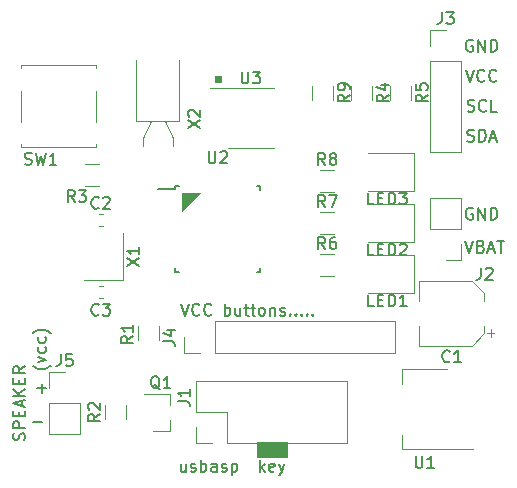
<source format=gbr>
G04 #@! TF.GenerationSoftware,KiCad,Pcbnew,5.1.5-1.fc30*
G04 #@! TF.CreationDate,2020-01-16T12:22:22+03:00*
G04 #@! TF.ProjectId,Tamagotchi-Atmega8,54616d61-676f-4746-9368-692d41746d65,rev?*
G04 #@! TF.SameCoordinates,Original*
G04 #@! TF.FileFunction,Legend,Top*
G04 #@! TF.FilePolarity,Positive*
%FSLAX46Y46*%
G04 Gerber Fmt 4.6, Leading zero omitted, Abs format (unit mm)*
G04 Created by KiCad (PCBNEW 5.1.5-1.fc30) date 2020-01-16 12:22:22*
%MOMM*%
%LPD*%
G04 APERTURE LIST*
%ADD10C,0.150000*%
%ADD11C,0.100000*%
%ADD12C,0.120000*%
G04 APERTURE END LIST*
D10*
X111633047Y-102179428D02*
X112394952Y-102179428D01*
X112339428Y-99694666D02*
X112339428Y-98932761D01*
X112720380Y-99313714D02*
X111958476Y-99313714D01*
X113101333Y-97408952D02*
X113053714Y-97456571D01*
X112910857Y-97551809D01*
X112815619Y-97599428D01*
X112672761Y-97647047D01*
X112434666Y-97694666D01*
X112244190Y-97694666D01*
X112006095Y-97647047D01*
X111863238Y-97599428D01*
X111768000Y-97551809D01*
X111625142Y-97456571D01*
X111577523Y-97408952D01*
X112053714Y-97123238D02*
X112720380Y-96885142D01*
X112053714Y-96647047D01*
X112672761Y-95837523D02*
X112720380Y-95932761D01*
X112720380Y-96123238D01*
X112672761Y-96218476D01*
X112625142Y-96266095D01*
X112529904Y-96313714D01*
X112244190Y-96313714D01*
X112148952Y-96266095D01*
X112101333Y-96218476D01*
X112053714Y-96123238D01*
X112053714Y-95932761D01*
X112101333Y-95837523D01*
X112672761Y-94980380D02*
X112720380Y-95075619D01*
X112720380Y-95266095D01*
X112672761Y-95361333D01*
X112625142Y-95408952D01*
X112529904Y-95456571D01*
X112244190Y-95456571D01*
X112148952Y-95408952D01*
X112101333Y-95361333D01*
X112053714Y-95266095D01*
X112053714Y-95075619D01*
X112101333Y-94980380D01*
X113101333Y-94647047D02*
X113053714Y-94599428D01*
X112910857Y-94504190D01*
X112815619Y-94456571D01*
X112672761Y-94408952D01*
X112434666Y-94361333D01*
X112244190Y-94361333D01*
X112006095Y-94408952D01*
X111863238Y-94456571D01*
X111768000Y-94504190D01*
X111625142Y-94599428D01*
X111577523Y-94647047D01*
X110894761Y-103703047D02*
X110942380Y-103560190D01*
X110942380Y-103322095D01*
X110894761Y-103226857D01*
X110847142Y-103179238D01*
X110751904Y-103131619D01*
X110656666Y-103131619D01*
X110561428Y-103179238D01*
X110513809Y-103226857D01*
X110466190Y-103322095D01*
X110418571Y-103512571D01*
X110370952Y-103607809D01*
X110323333Y-103655428D01*
X110228095Y-103703047D01*
X110132857Y-103703047D01*
X110037619Y-103655428D01*
X109990000Y-103607809D01*
X109942380Y-103512571D01*
X109942380Y-103274476D01*
X109990000Y-103131619D01*
X110942380Y-102703047D02*
X109942380Y-102703047D01*
X109942380Y-102322095D01*
X109990000Y-102226857D01*
X110037619Y-102179238D01*
X110132857Y-102131619D01*
X110275714Y-102131619D01*
X110370952Y-102179238D01*
X110418571Y-102226857D01*
X110466190Y-102322095D01*
X110466190Y-102703047D01*
X110418571Y-101703047D02*
X110418571Y-101369714D01*
X110942380Y-101226857D02*
X110942380Y-101703047D01*
X109942380Y-101703047D01*
X109942380Y-101226857D01*
X110656666Y-100845904D02*
X110656666Y-100369714D01*
X110942380Y-100941142D02*
X109942380Y-100607809D01*
X110942380Y-100274476D01*
X110942380Y-99941142D02*
X109942380Y-99941142D01*
X110942380Y-99369714D02*
X110370952Y-99798285D01*
X109942380Y-99369714D02*
X110513809Y-99941142D01*
X110418571Y-98941142D02*
X110418571Y-98607809D01*
X110942380Y-98464952D02*
X110942380Y-98941142D01*
X109942380Y-98941142D01*
X109942380Y-98464952D01*
X110942380Y-97464952D02*
X110466190Y-97798285D01*
X110942380Y-98036380D02*
X109942380Y-98036380D01*
X109942380Y-97655428D01*
X109990000Y-97560190D01*
X110037619Y-97512571D01*
X110132857Y-97464952D01*
X110275714Y-97464952D01*
X110370952Y-97512571D01*
X110418571Y-97560190D01*
X110466190Y-97655428D01*
X110466190Y-98036380D01*
X127833904Y-93162380D02*
X127833904Y-92162380D01*
X127833904Y-92543333D02*
X127929142Y-92495714D01*
X128119619Y-92495714D01*
X128214857Y-92543333D01*
X128262476Y-92590952D01*
X128310095Y-92686190D01*
X128310095Y-92971904D01*
X128262476Y-93067142D01*
X128214857Y-93114761D01*
X128119619Y-93162380D01*
X127929142Y-93162380D01*
X127833904Y-93114761D01*
X129167238Y-92495714D02*
X129167238Y-93162380D01*
X128738666Y-92495714D02*
X128738666Y-93019523D01*
X128786285Y-93114761D01*
X128881523Y-93162380D01*
X129024380Y-93162380D01*
X129119619Y-93114761D01*
X129167238Y-93067142D01*
X129500571Y-92495714D02*
X129881523Y-92495714D01*
X129643428Y-92162380D02*
X129643428Y-93019523D01*
X129691047Y-93114761D01*
X129786285Y-93162380D01*
X129881523Y-93162380D01*
X130072000Y-92495714D02*
X130452952Y-92495714D01*
X130214857Y-92162380D02*
X130214857Y-93019523D01*
X130262476Y-93114761D01*
X130357714Y-93162380D01*
X130452952Y-93162380D01*
X130929142Y-93162380D02*
X130833904Y-93114761D01*
X130786285Y-93067142D01*
X130738666Y-92971904D01*
X130738666Y-92686190D01*
X130786285Y-92590952D01*
X130833904Y-92543333D01*
X130929142Y-92495714D01*
X131072000Y-92495714D01*
X131167238Y-92543333D01*
X131214857Y-92590952D01*
X131262476Y-92686190D01*
X131262476Y-92971904D01*
X131214857Y-93067142D01*
X131167238Y-93114761D01*
X131072000Y-93162380D01*
X130929142Y-93162380D01*
X131691047Y-92495714D02*
X131691047Y-93162380D01*
X131691047Y-92590952D02*
X131738666Y-92543333D01*
X131833904Y-92495714D01*
X131976761Y-92495714D01*
X132072000Y-92543333D01*
X132119619Y-92638571D01*
X132119619Y-93162380D01*
X132548190Y-93114761D02*
X132643428Y-93162380D01*
X132833904Y-93162380D01*
X132929142Y-93114761D01*
X132976761Y-93019523D01*
X132976761Y-92971904D01*
X132929142Y-92876666D01*
X132833904Y-92829047D01*
X132691047Y-92829047D01*
X132595809Y-92781428D01*
X132548190Y-92686190D01*
X132548190Y-92638571D01*
X132595809Y-92543333D01*
X132691047Y-92495714D01*
X132833904Y-92495714D01*
X132929142Y-92543333D01*
X133405333Y-93067142D02*
X133452952Y-93114761D01*
X133405333Y-93162380D01*
X133357714Y-93114761D01*
X133405333Y-93067142D01*
X133405333Y-93162380D01*
X133881523Y-93067142D02*
X133929142Y-93114761D01*
X133881523Y-93162380D01*
X133833904Y-93114761D01*
X133881523Y-93067142D01*
X133881523Y-93162380D01*
X134357714Y-93067142D02*
X134405333Y-93114761D01*
X134357714Y-93162380D01*
X134310095Y-93114761D01*
X134357714Y-93067142D01*
X134357714Y-93162380D01*
X134833904Y-93067142D02*
X134881523Y-93114761D01*
X134833904Y-93162380D01*
X134786285Y-93114761D01*
X134833904Y-93067142D01*
X134833904Y-93162380D01*
X135310095Y-93067142D02*
X135357714Y-93114761D01*
X135310095Y-93162380D01*
X135262476Y-93114761D01*
X135310095Y-93067142D01*
X135310095Y-93162380D01*
X124142666Y-92162380D02*
X124476000Y-93162380D01*
X124809333Y-92162380D01*
X125714095Y-93067142D02*
X125666476Y-93114761D01*
X125523619Y-93162380D01*
X125428380Y-93162380D01*
X125285523Y-93114761D01*
X125190285Y-93019523D01*
X125142666Y-92924285D01*
X125095047Y-92733809D01*
X125095047Y-92590952D01*
X125142666Y-92400476D01*
X125190285Y-92305238D01*
X125285523Y-92210000D01*
X125428380Y-92162380D01*
X125523619Y-92162380D01*
X125666476Y-92210000D01*
X125714095Y-92257619D01*
X126714095Y-93067142D02*
X126666476Y-93114761D01*
X126523619Y-93162380D01*
X126428380Y-93162380D01*
X126285523Y-93114761D01*
X126190285Y-93019523D01*
X126142666Y-92924285D01*
X126095047Y-92733809D01*
X126095047Y-92590952D01*
X126142666Y-92400476D01*
X126190285Y-92305238D01*
X126285523Y-92210000D01*
X126428380Y-92162380D01*
X126523619Y-92162380D01*
X126666476Y-92210000D01*
X126714095Y-92257619D01*
X124539619Y-105703714D02*
X124539619Y-106370380D01*
X124111047Y-105703714D02*
X124111047Y-106227523D01*
X124158666Y-106322761D01*
X124253904Y-106370380D01*
X124396761Y-106370380D01*
X124492000Y-106322761D01*
X124539619Y-106275142D01*
X124968190Y-106322761D02*
X125063428Y-106370380D01*
X125253904Y-106370380D01*
X125349142Y-106322761D01*
X125396761Y-106227523D01*
X125396761Y-106179904D01*
X125349142Y-106084666D01*
X125253904Y-106037047D01*
X125111047Y-106037047D01*
X125015809Y-105989428D01*
X124968190Y-105894190D01*
X124968190Y-105846571D01*
X125015809Y-105751333D01*
X125111047Y-105703714D01*
X125253904Y-105703714D01*
X125349142Y-105751333D01*
X125825333Y-106370380D02*
X125825333Y-105370380D01*
X125825333Y-105751333D02*
X125920571Y-105703714D01*
X126111047Y-105703714D01*
X126206285Y-105751333D01*
X126253904Y-105798952D01*
X126301523Y-105894190D01*
X126301523Y-106179904D01*
X126253904Y-106275142D01*
X126206285Y-106322761D01*
X126111047Y-106370380D01*
X125920571Y-106370380D01*
X125825333Y-106322761D01*
X127158666Y-106370380D02*
X127158666Y-105846571D01*
X127111047Y-105751333D01*
X127015809Y-105703714D01*
X126825333Y-105703714D01*
X126730095Y-105751333D01*
X127158666Y-106322761D02*
X127063428Y-106370380D01*
X126825333Y-106370380D01*
X126730095Y-106322761D01*
X126682476Y-106227523D01*
X126682476Y-106132285D01*
X126730095Y-106037047D01*
X126825333Y-105989428D01*
X127063428Y-105989428D01*
X127158666Y-105941809D01*
X127587238Y-106322761D02*
X127682476Y-106370380D01*
X127872952Y-106370380D01*
X127968190Y-106322761D01*
X128015809Y-106227523D01*
X128015809Y-106179904D01*
X127968190Y-106084666D01*
X127872952Y-106037047D01*
X127730095Y-106037047D01*
X127634857Y-105989428D01*
X127587238Y-105894190D01*
X127587238Y-105846571D01*
X127634857Y-105751333D01*
X127730095Y-105703714D01*
X127872952Y-105703714D01*
X127968190Y-105751333D01*
X128444380Y-105703714D02*
X128444380Y-106703714D01*
X128444380Y-105751333D02*
X128539619Y-105703714D01*
X128730095Y-105703714D01*
X128825333Y-105751333D01*
X128872952Y-105798952D01*
X128920571Y-105894190D01*
X128920571Y-106179904D01*
X128872952Y-106275142D01*
X128825333Y-106322761D01*
X128730095Y-106370380D01*
X128539619Y-106370380D01*
X128444380Y-106322761D01*
X148217142Y-86828380D02*
X148550476Y-87828380D01*
X148883809Y-86828380D01*
X149550476Y-87304571D02*
X149693333Y-87352190D01*
X149740952Y-87399809D01*
X149788571Y-87495047D01*
X149788571Y-87637904D01*
X149740952Y-87733142D01*
X149693333Y-87780761D01*
X149598095Y-87828380D01*
X149217142Y-87828380D01*
X149217142Y-86828380D01*
X149550476Y-86828380D01*
X149645714Y-86876000D01*
X149693333Y-86923619D01*
X149740952Y-87018857D01*
X149740952Y-87114095D01*
X149693333Y-87209333D01*
X149645714Y-87256952D01*
X149550476Y-87304571D01*
X149217142Y-87304571D01*
X150169523Y-87542666D02*
X150645714Y-87542666D01*
X150074285Y-87828380D02*
X150407619Y-86828380D01*
X150740952Y-87828380D01*
X150931428Y-86828380D02*
X151502857Y-86828380D01*
X151217142Y-87828380D02*
X151217142Y-86828380D01*
X148844095Y-84082000D02*
X148748857Y-84034380D01*
X148606000Y-84034380D01*
X148463142Y-84082000D01*
X148367904Y-84177238D01*
X148320285Y-84272476D01*
X148272666Y-84462952D01*
X148272666Y-84605809D01*
X148320285Y-84796285D01*
X148367904Y-84891523D01*
X148463142Y-84986761D01*
X148606000Y-85034380D01*
X148701238Y-85034380D01*
X148844095Y-84986761D01*
X148891714Y-84939142D01*
X148891714Y-84605809D01*
X148701238Y-84605809D01*
X149320285Y-85034380D02*
X149320285Y-84034380D01*
X149891714Y-85034380D01*
X149891714Y-84034380D01*
X150367904Y-85034380D02*
X150367904Y-84034380D01*
X150606000Y-84034380D01*
X150748857Y-84082000D01*
X150844095Y-84177238D01*
X150891714Y-84272476D01*
X150939333Y-84462952D01*
X150939333Y-84605809D01*
X150891714Y-84796285D01*
X150844095Y-84891523D01*
X150748857Y-84986761D01*
X150606000Y-85034380D01*
X150367904Y-85034380D01*
X148391714Y-78382761D02*
X148534571Y-78430380D01*
X148772666Y-78430380D01*
X148867904Y-78382761D01*
X148915523Y-78335142D01*
X148963142Y-78239904D01*
X148963142Y-78144666D01*
X148915523Y-78049428D01*
X148867904Y-78001809D01*
X148772666Y-77954190D01*
X148582190Y-77906571D01*
X148486952Y-77858952D01*
X148439333Y-77811333D01*
X148391714Y-77716095D01*
X148391714Y-77620857D01*
X148439333Y-77525619D01*
X148486952Y-77478000D01*
X148582190Y-77430380D01*
X148820285Y-77430380D01*
X148963142Y-77478000D01*
X149391714Y-78430380D02*
X149391714Y-77430380D01*
X149629809Y-77430380D01*
X149772666Y-77478000D01*
X149867904Y-77573238D01*
X149915523Y-77668476D01*
X149963142Y-77858952D01*
X149963142Y-78001809D01*
X149915523Y-78192285D01*
X149867904Y-78287523D01*
X149772666Y-78382761D01*
X149629809Y-78430380D01*
X149391714Y-78430380D01*
X150344095Y-78144666D02*
X150820285Y-78144666D01*
X150248857Y-78430380D02*
X150582190Y-77430380D01*
X150915523Y-78430380D01*
X148415523Y-75842761D02*
X148558380Y-75890380D01*
X148796476Y-75890380D01*
X148891714Y-75842761D01*
X148939333Y-75795142D01*
X148986952Y-75699904D01*
X148986952Y-75604666D01*
X148939333Y-75509428D01*
X148891714Y-75461809D01*
X148796476Y-75414190D01*
X148606000Y-75366571D01*
X148510761Y-75318952D01*
X148463142Y-75271333D01*
X148415523Y-75176095D01*
X148415523Y-75080857D01*
X148463142Y-74985619D01*
X148510761Y-74938000D01*
X148606000Y-74890380D01*
X148844095Y-74890380D01*
X148986952Y-74938000D01*
X149986952Y-75795142D02*
X149939333Y-75842761D01*
X149796476Y-75890380D01*
X149701238Y-75890380D01*
X149558380Y-75842761D01*
X149463142Y-75747523D01*
X149415523Y-75652285D01*
X149367904Y-75461809D01*
X149367904Y-75318952D01*
X149415523Y-75128476D01*
X149463142Y-75033238D01*
X149558380Y-74938000D01*
X149701238Y-74890380D01*
X149796476Y-74890380D01*
X149939333Y-74938000D01*
X149986952Y-74985619D01*
X150891714Y-75890380D02*
X150415523Y-75890380D01*
X150415523Y-74890380D01*
X148272666Y-72350380D02*
X148606000Y-73350380D01*
X148939333Y-72350380D01*
X149844095Y-73255142D02*
X149796476Y-73302761D01*
X149653619Y-73350380D01*
X149558380Y-73350380D01*
X149415523Y-73302761D01*
X149320285Y-73207523D01*
X149272666Y-73112285D01*
X149225047Y-72921809D01*
X149225047Y-72778952D01*
X149272666Y-72588476D01*
X149320285Y-72493238D01*
X149415523Y-72398000D01*
X149558380Y-72350380D01*
X149653619Y-72350380D01*
X149796476Y-72398000D01*
X149844095Y-72445619D01*
X150844095Y-73255142D02*
X150796476Y-73302761D01*
X150653619Y-73350380D01*
X150558380Y-73350380D01*
X150415523Y-73302761D01*
X150320285Y-73207523D01*
X150272666Y-73112285D01*
X150225047Y-72921809D01*
X150225047Y-72778952D01*
X150272666Y-72588476D01*
X150320285Y-72493238D01*
X150415523Y-72398000D01*
X150558380Y-72350380D01*
X150653619Y-72350380D01*
X150796476Y-72398000D01*
X150844095Y-72445619D01*
X148844095Y-69858000D02*
X148748857Y-69810380D01*
X148606000Y-69810380D01*
X148463142Y-69858000D01*
X148367904Y-69953238D01*
X148320285Y-70048476D01*
X148272666Y-70238952D01*
X148272666Y-70381809D01*
X148320285Y-70572285D01*
X148367904Y-70667523D01*
X148463142Y-70762761D01*
X148606000Y-70810380D01*
X148701238Y-70810380D01*
X148844095Y-70762761D01*
X148891714Y-70715142D01*
X148891714Y-70381809D01*
X148701238Y-70381809D01*
X149320285Y-70810380D02*
X149320285Y-69810380D01*
X149891714Y-70810380D01*
X149891714Y-69810380D01*
X150367904Y-70810380D02*
X150367904Y-69810380D01*
X150606000Y-69810380D01*
X150748857Y-69858000D01*
X150844095Y-69953238D01*
X150891714Y-70048476D01*
X150939333Y-70238952D01*
X150939333Y-70381809D01*
X150891714Y-70572285D01*
X150844095Y-70667523D01*
X150748857Y-70762761D01*
X150606000Y-70810380D01*
X150367904Y-70810380D01*
D11*
G36*
X127508000Y-73406000D02*
G01*
X127000000Y-73406000D01*
X127000000Y-72898000D01*
X127508000Y-72898000D01*
X127508000Y-73406000D01*
G37*
X127508000Y-73406000D02*
X127000000Y-73406000D01*
X127000000Y-72898000D01*
X127508000Y-72898000D01*
X127508000Y-73406000D01*
G36*
X124206000Y-84328000D02*
G01*
X124206000Y-82804000D01*
X125730000Y-82804000D01*
X124206000Y-84328000D01*
G37*
X124206000Y-84328000D02*
X124206000Y-82804000D01*
X125730000Y-82804000D01*
X124206000Y-84328000D01*
D10*
X130849809Y-106370380D02*
X130849809Y-105370380D01*
X130945047Y-105989428D02*
X131230761Y-106370380D01*
X131230761Y-105703714D02*
X130849809Y-106084666D01*
X132040285Y-106322761D02*
X131945047Y-106370380D01*
X131754571Y-106370380D01*
X131659333Y-106322761D01*
X131611714Y-106227523D01*
X131611714Y-105846571D01*
X131659333Y-105751333D01*
X131754571Y-105703714D01*
X131945047Y-105703714D01*
X132040285Y-105751333D01*
X132087904Y-105846571D01*
X132087904Y-105941809D01*
X131611714Y-106037047D01*
X132421238Y-105703714D02*
X132659333Y-106370380D01*
X132897428Y-105703714D02*
X132659333Y-106370380D01*
X132564095Y-106608476D01*
X132516476Y-106656095D01*
X132421238Y-106703714D01*
D11*
G36*
X133096000Y-105156000D02*
G01*
X130556000Y-105156000D01*
X130556000Y-103886000D01*
X133096000Y-103886000D01*
X133096000Y-105156000D01*
G37*
X133096000Y-105156000D02*
X130556000Y-105156000D01*
X130556000Y-103886000D01*
X133096000Y-103886000D01*
X133096000Y-105156000D01*
D12*
X110642000Y-76738000D02*
X110642000Y-74138000D01*
X116942000Y-71988000D02*
X116942000Y-72238000D01*
X110642000Y-71988000D02*
X116942000Y-71988000D01*
X110642000Y-72238000D02*
X110642000Y-71988000D01*
X116942000Y-74138000D02*
X116942000Y-76738000D01*
X110642000Y-78888000D02*
X110642000Y-78638000D01*
X116942000Y-78888000D02*
X110642000Y-78888000D01*
X116942000Y-78638000D02*
X116942000Y-78888000D01*
X120904000Y-78102000D02*
X120904000Y-78802000D01*
X121574000Y-76702000D02*
X120904000Y-78102000D01*
X123444000Y-78102000D02*
X123444000Y-78802000D01*
X122774000Y-76702000D02*
X123444000Y-78102000D01*
X120374000Y-76702000D02*
X120374000Y-71552000D01*
X123974000Y-76702000D02*
X120374000Y-76702000D01*
X123974000Y-71552000D02*
X123974000Y-76702000D01*
X119252000Y-90138000D02*
X119252000Y-86138000D01*
X115952000Y-90138000D02*
X119252000Y-90138000D01*
X124400000Y-96326000D02*
X124400000Y-94996000D01*
X125730000Y-96326000D02*
X124400000Y-96326000D01*
X127000000Y-96326000D02*
X127000000Y-93666000D01*
X127000000Y-93666000D02*
X142300000Y-93666000D01*
X127000000Y-96326000D02*
X142300000Y-96326000D01*
X142300000Y-96326000D02*
X142300000Y-93666000D01*
X130048000Y-73894000D02*
X126598000Y-73894000D01*
X130048000Y-73894000D02*
X131998000Y-73894000D01*
X130048000Y-79014000D02*
X128098000Y-79014000D01*
X130048000Y-79014000D02*
X131998000Y-79014000D01*
D10*
X123629000Y-82452000D02*
X122204000Y-82452000D01*
X130879000Y-82227000D02*
X130554000Y-82227000D01*
X130879000Y-89477000D02*
X130554000Y-89477000D01*
X123629000Y-89477000D02*
X123954000Y-89477000D01*
X123629000Y-82227000D02*
X123954000Y-82227000D01*
X123629000Y-89477000D02*
X123629000Y-89152000D01*
X130879000Y-89477000D02*
X130879000Y-89152000D01*
X130879000Y-82227000D02*
X130879000Y-82552000D01*
X123629000Y-82227000D02*
X123629000Y-82452000D01*
D12*
X148880000Y-104502000D02*
X142870000Y-104502000D01*
X146630000Y-97682000D02*
X142870000Y-97682000D01*
X142870000Y-104502000D02*
X142870000Y-103242000D01*
X142870000Y-97682000D02*
X142870000Y-98942000D01*
X135234000Y-73695936D02*
X135234000Y-74900064D01*
X137054000Y-73695936D02*
X137054000Y-74900064D01*
X135919936Y-82698000D02*
X137124064Y-82698000D01*
X135919936Y-80878000D02*
X137124064Y-80878000D01*
X135925936Y-86254000D02*
X137130064Y-86254000D01*
X135925936Y-84434000D02*
X137130064Y-84434000D01*
X135925936Y-89810000D02*
X137130064Y-89810000D01*
X135925936Y-87990000D02*
X137130064Y-87990000D01*
X141838000Y-73689936D02*
X141838000Y-74894064D01*
X143658000Y-73689936D02*
X143658000Y-74894064D01*
X138536000Y-73689936D02*
X138536000Y-74894064D01*
X140356000Y-73689936D02*
X140356000Y-74894064D01*
X117188064Y-80370000D02*
X115983936Y-80370000D01*
X117188064Y-82190000D02*
X115983936Y-82190000D01*
X117708000Y-100743936D02*
X117708000Y-101948064D01*
X119528000Y-100743936D02*
X119528000Y-101948064D01*
X120502000Y-94015936D02*
X120502000Y-95220064D01*
X122322000Y-94015936D02*
X122322000Y-95220064D01*
X123204000Y-102926000D02*
X121744000Y-102926000D01*
X123204000Y-99766000D02*
X121044000Y-99766000D01*
X123204000Y-99766000D02*
X123204000Y-100696000D01*
X123204000Y-102926000D02*
X123204000Y-101996000D01*
X143887000Y-79441000D02*
X140002000Y-79441000D01*
X143887000Y-82611000D02*
X143887000Y-79441000D01*
X140002000Y-82611000D02*
X143887000Y-82611000D01*
X143887000Y-83759000D02*
X140002000Y-83759000D01*
X143887000Y-86929000D02*
X143887000Y-83759000D01*
X140002000Y-86929000D02*
X143887000Y-86929000D01*
X143887000Y-88077000D02*
X140002000Y-88077000D01*
X143887000Y-91247000D02*
X143887000Y-88077000D01*
X140002000Y-91247000D02*
X143887000Y-91247000D01*
X112970000Y-97984000D02*
X114300000Y-97984000D01*
X112970000Y-99314000D02*
X112970000Y-97984000D01*
X112970000Y-100584000D02*
X115630000Y-100584000D01*
X115630000Y-100584000D02*
X115630000Y-103184000D01*
X112970000Y-100584000D02*
X112970000Y-103184000D01*
X112970000Y-103184000D02*
X115630000Y-103184000D01*
X145228000Y-69028000D02*
X146558000Y-69028000D01*
X145228000Y-70358000D02*
X145228000Y-69028000D01*
X145228000Y-71628000D02*
X147888000Y-71628000D01*
X147888000Y-71628000D02*
X147888000Y-79308000D01*
X145228000Y-71628000D02*
X145228000Y-79308000D01*
X145228000Y-79308000D02*
X147888000Y-79308000D01*
X147888000Y-88452000D02*
X146558000Y-88452000D01*
X147888000Y-87122000D02*
X147888000Y-88452000D01*
X147888000Y-85852000D02*
X145228000Y-85852000D01*
X145228000Y-85852000D02*
X145228000Y-83252000D01*
X147888000Y-85852000D02*
X147888000Y-83252000D01*
X147888000Y-83252000D02*
X145228000Y-83252000D01*
X125416000Y-103946000D02*
X125416000Y-102616000D01*
X126746000Y-103946000D02*
X125416000Y-103946000D01*
X125416000Y-101346000D02*
X125416000Y-98746000D01*
X128016000Y-101346000D02*
X125416000Y-101346000D01*
X128016000Y-103946000D02*
X128016000Y-101346000D01*
X125416000Y-98746000D02*
X138236000Y-98746000D01*
X128016000Y-103946000D02*
X138236000Y-103946000D01*
X138236000Y-103946000D02*
X138236000Y-98746000D01*
X117185221Y-91696000D02*
X117510779Y-91696000D01*
X117185221Y-90676000D02*
X117510779Y-90676000D01*
X117185221Y-85600000D02*
X117510779Y-85600000D01*
X117185221Y-84580000D02*
X117510779Y-84580000D01*
X150378500Y-94961500D02*
X150378500Y-94336500D01*
X150691000Y-94649000D02*
X150066000Y-94649000D01*
X149826000Y-91268437D02*
X148761563Y-90204000D01*
X149826000Y-94659563D02*
X148761563Y-95724000D01*
X149826000Y-94659563D02*
X149826000Y-94024000D01*
X149826000Y-91268437D02*
X149826000Y-91904000D01*
X148761563Y-90204000D02*
X144306000Y-90204000D01*
X148761563Y-95724000D02*
X144306000Y-95724000D01*
X144306000Y-95724000D02*
X144306000Y-94024000D01*
X144306000Y-90204000D02*
X144306000Y-91904000D01*
D10*
X110934666Y-80342761D02*
X111077523Y-80390380D01*
X111315619Y-80390380D01*
X111410857Y-80342761D01*
X111458476Y-80295142D01*
X111506095Y-80199904D01*
X111506095Y-80104666D01*
X111458476Y-80009428D01*
X111410857Y-79961809D01*
X111315619Y-79914190D01*
X111125142Y-79866571D01*
X111029904Y-79818952D01*
X110982285Y-79771333D01*
X110934666Y-79676095D01*
X110934666Y-79580857D01*
X110982285Y-79485619D01*
X111029904Y-79438000D01*
X111125142Y-79390380D01*
X111363238Y-79390380D01*
X111506095Y-79438000D01*
X111839428Y-79390380D02*
X112077523Y-80390380D01*
X112268000Y-79676095D01*
X112458476Y-80390380D01*
X112696571Y-79390380D01*
X113601333Y-80390380D02*
X113029904Y-80390380D01*
X113315619Y-80390380D02*
X113315619Y-79390380D01*
X113220380Y-79533238D01*
X113125142Y-79628476D01*
X113029904Y-79676095D01*
X124746380Y-77311523D02*
X125746380Y-76644857D01*
X124746380Y-76644857D02*
X125746380Y-77311523D01*
X124841619Y-76311523D02*
X124794000Y-76263904D01*
X124746380Y-76168666D01*
X124746380Y-75930571D01*
X124794000Y-75835333D01*
X124841619Y-75787714D01*
X124936857Y-75740095D01*
X125032095Y-75740095D01*
X125174952Y-75787714D01*
X125746380Y-76359142D01*
X125746380Y-75740095D01*
X119594380Y-88947523D02*
X120594380Y-88280857D01*
X119594380Y-88280857D02*
X120594380Y-88947523D01*
X120594380Y-87376095D02*
X120594380Y-87947523D01*
X120594380Y-87661809D02*
X119594380Y-87661809D01*
X119737238Y-87757047D01*
X119832476Y-87852285D01*
X119880095Y-87947523D01*
X122642380Y-95329333D02*
X123356666Y-95329333D01*
X123499523Y-95376952D01*
X123594761Y-95472190D01*
X123642380Y-95615047D01*
X123642380Y-95710285D01*
X122975714Y-94424571D02*
X123642380Y-94424571D01*
X122594761Y-94662666D02*
X123309047Y-94900761D01*
X123309047Y-94281714D01*
X129286095Y-72506380D02*
X129286095Y-73315904D01*
X129333714Y-73411142D01*
X129381333Y-73458761D01*
X129476571Y-73506380D01*
X129667047Y-73506380D01*
X129762285Y-73458761D01*
X129809904Y-73411142D01*
X129857523Y-73315904D01*
X129857523Y-72506380D01*
X130238476Y-72506380D02*
X130857523Y-72506380D01*
X130524190Y-72887333D01*
X130667047Y-72887333D01*
X130762285Y-72934952D01*
X130809904Y-72982571D01*
X130857523Y-73077809D01*
X130857523Y-73315904D01*
X130809904Y-73411142D01*
X130762285Y-73458761D01*
X130667047Y-73506380D01*
X130381333Y-73506380D01*
X130286095Y-73458761D01*
X130238476Y-73411142D01*
X126492095Y-79254380D02*
X126492095Y-80063904D01*
X126539714Y-80159142D01*
X126587333Y-80206761D01*
X126682571Y-80254380D01*
X126873047Y-80254380D01*
X126968285Y-80206761D01*
X127015904Y-80159142D01*
X127063523Y-80063904D01*
X127063523Y-79254380D01*
X127492095Y-79349619D02*
X127539714Y-79302000D01*
X127634952Y-79254380D01*
X127873047Y-79254380D01*
X127968285Y-79302000D01*
X128015904Y-79349619D01*
X128063523Y-79444857D01*
X128063523Y-79540095D01*
X128015904Y-79682952D01*
X127444476Y-80254380D01*
X128063523Y-80254380D01*
X144018095Y-105044380D02*
X144018095Y-105853904D01*
X144065714Y-105949142D01*
X144113333Y-105996761D01*
X144208571Y-106044380D01*
X144399047Y-106044380D01*
X144494285Y-105996761D01*
X144541904Y-105949142D01*
X144589523Y-105853904D01*
X144589523Y-105044380D01*
X145589523Y-106044380D02*
X145018095Y-106044380D01*
X145303809Y-106044380D02*
X145303809Y-105044380D01*
X145208571Y-105187238D01*
X145113333Y-105282476D01*
X145018095Y-105330095D01*
X138416380Y-74464666D02*
X137940190Y-74798000D01*
X138416380Y-75036095D02*
X137416380Y-75036095D01*
X137416380Y-74655142D01*
X137464000Y-74559904D01*
X137511619Y-74512285D01*
X137606857Y-74464666D01*
X137749714Y-74464666D01*
X137844952Y-74512285D01*
X137892571Y-74559904D01*
X137940190Y-74655142D01*
X137940190Y-75036095D01*
X138416380Y-73988476D02*
X138416380Y-73798000D01*
X138368761Y-73702761D01*
X138321142Y-73655142D01*
X138178285Y-73559904D01*
X137987809Y-73512285D01*
X137606857Y-73512285D01*
X137511619Y-73559904D01*
X137464000Y-73607523D01*
X137416380Y-73702761D01*
X137416380Y-73893238D01*
X137464000Y-73988476D01*
X137511619Y-74036095D01*
X137606857Y-74083714D01*
X137844952Y-74083714D01*
X137940190Y-74036095D01*
X137987809Y-73988476D01*
X138035428Y-73893238D01*
X138035428Y-73702761D01*
X137987809Y-73607523D01*
X137940190Y-73559904D01*
X137844952Y-73512285D01*
X136355333Y-80420380D02*
X136022000Y-79944190D01*
X135783904Y-80420380D02*
X135783904Y-79420380D01*
X136164857Y-79420380D01*
X136260095Y-79468000D01*
X136307714Y-79515619D01*
X136355333Y-79610857D01*
X136355333Y-79753714D01*
X136307714Y-79848952D01*
X136260095Y-79896571D01*
X136164857Y-79944190D01*
X135783904Y-79944190D01*
X136926761Y-79848952D02*
X136831523Y-79801333D01*
X136783904Y-79753714D01*
X136736285Y-79658476D01*
X136736285Y-79610857D01*
X136783904Y-79515619D01*
X136831523Y-79468000D01*
X136926761Y-79420380D01*
X137117238Y-79420380D01*
X137212476Y-79468000D01*
X137260095Y-79515619D01*
X137307714Y-79610857D01*
X137307714Y-79658476D01*
X137260095Y-79753714D01*
X137212476Y-79801333D01*
X137117238Y-79848952D01*
X136926761Y-79848952D01*
X136831523Y-79896571D01*
X136783904Y-79944190D01*
X136736285Y-80039428D01*
X136736285Y-80229904D01*
X136783904Y-80325142D01*
X136831523Y-80372761D01*
X136926761Y-80420380D01*
X137117238Y-80420380D01*
X137212476Y-80372761D01*
X137260095Y-80325142D01*
X137307714Y-80229904D01*
X137307714Y-80039428D01*
X137260095Y-79944190D01*
X137212476Y-79896571D01*
X137117238Y-79848952D01*
X136361333Y-83976380D02*
X136028000Y-83500190D01*
X135789904Y-83976380D02*
X135789904Y-82976380D01*
X136170857Y-82976380D01*
X136266095Y-83024000D01*
X136313714Y-83071619D01*
X136361333Y-83166857D01*
X136361333Y-83309714D01*
X136313714Y-83404952D01*
X136266095Y-83452571D01*
X136170857Y-83500190D01*
X135789904Y-83500190D01*
X136694666Y-82976380D02*
X137361333Y-82976380D01*
X136932761Y-83976380D01*
X136361333Y-87532380D02*
X136028000Y-87056190D01*
X135789904Y-87532380D02*
X135789904Y-86532380D01*
X136170857Y-86532380D01*
X136266095Y-86580000D01*
X136313714Y-86627619D01*
X136361333Y-86722857D01*
X136361333Y-86865714D01*
X136313714Y-86960952D01*
X136266095Y-87008571D01*
X136170857Y-87056190D01*
X135789904Y-87056190D01*
X137218476Y-86532380D02*
X137028000Y-86532380D01*
X136932761Y-86580000D01*
X136885142Y-86627619D01*
X136789904Y-86770476D01*
X136742285Y-86960952D01*
X136742285Y-87341904D01*
X136789904Y-87437142D01*
X136837523Y-87484761D01*
X136932761Y-87532380D01*
X137123238Y-87532380D01*
X137218476Y-87484761D01*
X137266095Y-87437142D01*
X137313714Y-87341904D01*
X137313714Y-87103809D01*
X137266095Y-87008571D01*
X137218476Y-86960952D01*
X137123238Y-86913333D01*
X136932761Y-86913333D01*
X136837523Y-86960952D01*
X136789904Y-87008571D01*
X136742285Y-87103809D01*
X145020380Y-74458666D02*
X144544190Y-74792000D01*
X145020380Y-75030095D02*
X144020380Y-75030095D01*
X144020380Y-74649142D01*
X144068000Y-74553904D01*
X144115619Y-74506285D01*
X144210857Y-74458666D01*
X144353714Y-74458666D01*
X144448952Y-74506285D01*
X144496571Y-74553904D01*
X144544190Y-74649142D01*
X144544190Y-75030095D01*
X144020380Y-73553904D02*
X144020380Y-74030095D01*
X144496571Y-74077714D01*
X144448952Y-74030095D01*
X144401333Y-73934857D01*
X144401333Y-73696761D01*
X144448952Y-73601523D01*
X144496571Y-73553904D01*
X144591809Y-73506285D01*
X144829904Y-73506285D01*
X144925142Y-73553904D01*
X144972761Y-73601523D01*
X145020380Y-73696761D01*
X145020380Y-73934857D01*
X144972761Y-74030095D01*
X144925142Y-74077714D01*
X141718380Y-74458666D02*
X141242190Y-74792000D01*
X141718380Y-75030095D02*
X140718380Y-75030095D01*
X140718380Y-74649142D01*
X140766000Y-74553904D01*
X140813619Y-74506285D01*
X140908857Y-74458666D01*
X141051714Y-74458666D01*
X141146952Y-74506285D01*
X141194571Y-74553904D01*
X141242190Y-74649142D01*
X141242190Y-75030095D01*
X141051714Y-73601523D02*
X141718380Y-73601523D01*
X140670761Y-73839619D02*
X141385047Y-74077714D01*
X141385047Y-73458666D01*
X115149333Y-83552380D02*
X114816000Y-83076190D01*
X114577904Y-83552380D02*
X114577904Y-82552380D01*
X114958857Y-82552380D01*
X115054095Y-82600000D01*
X115101714Y-82647619D01*
X115149333Y-82742857D01*
X115149333Y-82885714D01*
X115101714Y-82980952D01*
X115054095Y-83028571D01*
X114958857Y-83076190D01*
X114577904Y-83076190D01*
X115482666Y-82552380D02*
X116101714Y-82552380D01*
X115768380Y-82933333D01*
X115911238Y-82933333D01*
X116006476Y-82980952D01*
X116054095Y-83028571D01*
X116101714Y-83123809D01*
X116101714Y-83361904D01*
X116054095Y-83457142D01*
X116006476Y-83504761D01*
X115911238Y-83552380D01*
X115625523Y-83552380D01*
X115530285Y-83504761D01*
X115482666Y-83457142D01*
X117292380Y-101512666D02*
X116816190Y-101846000D01*
X117292380Y-102084095D02*
X116292380Y-102084095D01*
X116292380Y-101703142D01*
X116340000Y-101607904D01*
X116387619Y-101560285D01*
X116482857Y-101512666D01*
X116625714Y-101512666D01*
X116720952Y-101560285D01*
X116768571Y-101607904D01*
X116816190Y-101703142D01*
X116816190Y-102084095D01*
X116387619Y-101131714D02*
X116340000Y-101084095D01*
X116292380Y-100988857D01*
X116292380Y-100750761D01*
X116340000Y-100655523D01*
X116387619Y-100607904D01*
X116482857Y-100560285D01*
X116578095Y-100560285D01*
X116720952Y-100607904D01*
X117292380Y-101179333D01*
X117292380Y-100560285D01*
X120086380Y-94908666D02*
X119610190Y-95242000D01*
X120086380Y-95480095D02*
X119086380Y-95480095D01*
X119086380Y-95099142D01*
X119134000Y-95003904D01*
X119181619Y-94956285D01*
X119276857Y-94908666D01*
X119419714Y-94908666D01*
X119514952Y-94956285D01*
X119562571Y-95003904D01*
X119610190Y-95099142D01*
X119610190Y-95480095D01*
X120086380Y-93956285D02*
X120086380Y-94527714D01*
X120086380Y-94242000D02*
X119086380Y-94242000D01*
X119229238Y-94337238D01*
X119324476Y-94432476D01*
X119372095Y-94527714D01*
X122348761Y-99393619D02*
X122253523Y-99346000D01*
X122158285Y-99250761D01*
X122015428Y-99107904D01*
X121920190Y-99060285D01*
X121824952Y-99060285D01*
X121872571Y-99298380D02*
X121777333Y-99250761D01*
X121682095Y-99155523D01*
X121634476Y-98965047D01*
X121634476Y-98631714D01*
X121682095Y-98441238D01*
X121777333Y-98346000D01*
X121872571Y-98298380D01*
X122063047Y-98298380D01*
X122158285Y-98346000D01*
X122253523Y-98441238D01*
X122301142Y-98631714D01*
X122301142Y-98965047D01*
X122253523Y-99155523D01*
X122158285Y-99250761D01*
X122063047Y-99298380D01*
X121872571Y-99298380D01*
X123253523Y-99298380D02*
X122682095Y-99298380D01*
X122967809Y-99298380D02*
X122967809Y-98298380D01*
X122872571Y-98441238D01*
X122777333Y-98536476D01*
X122682095Y-98584095D01*
X140482952Y-83758380D02*
X140006761Y-83758380D01*
X140006761Y-82758380D01*
X140816285Y-83234571D02*
X141149619Y-83234571D01*
X141292476Y-83758380D02*
X140816285Y-83758380D01*
X140816285Y-82758380D01*
X141292476Y-82758380D01*
X141721047Y-83758380D02*
X141721047Y-82758380D01*
X141959142Y-82758380D01*
X142102000Y-82806000D01*
X142197238Y-82901238D01*
X142244857Y-82996476D01*
X142292476Y-83186952D01*
X142292476Y-83329809D01*
X142244857Y-83520285D01*
X142197238Y-83615523D01*
X142102000Y-83710761D01*
X141959142Y-83758380D01*
X141721047Y-83758380D01*
X142625809Y-82758380D02*
X143244857Y-82758380D01*
X142911523Y-83139333D01*
X143054380Y-83139333D01*
X143149619Y-83186952D01*
X143197238Y-83234571D01*
X143244857Y-83329809D01*
X143244857Y-83567904D01*
X143197238Y-83663142D01*
X143149619Y-83710761D01*
X143054380Y-83758380D01*
X142768666Y-83758380D01*
X142673428Y-83710761D01*
X142625809Y-83663142D01*
X140482952Y-88076380D02*
X140006761Y-88076380D01*
X140006761Y-87076380D01*
X140816285Y-87552571D02*
X141149619Y-87552571D01*
X141292476Y-88076380D02*
X140816285Y-88076380D01*
X140816285Y-87076380D01*
X141292476Y-87076380D01*
X141721047Y-88076380D02*
X141721047Y-87076380D01*
X141959142Y-87076380D01*
X142102000Y-87124000D01*
X142197238Y-87219238D01*
X142244857Y-87314476D01*
X142292476Y-87504952D01*
X142292476Y-87647809D01*
X142244857Y-87838285D01*
X142197238Y-87933523D01*
X142102000Y-88028761D01*
X141959142Y-88076380D01*
X141721047Y-88076380D01*
X142673428Y-87171619D02*
X142721047Y-87124000D01*
X142816285Y-87076380D01*
X143054380Y-87076380D01*
X143149619Y-87124000D01*
X143197238Y-87171619D01*
X143244857Y-87266857D01*
X143244857Y-87362095D01*
X143197238Y-87504952D01*
X142625809Y-88076380D01*
X143244857Y-88076380D01*
X140482952Y-92394380D02*
X140006761Y-92394380D01*
X140006761Y-91394380D01*
X140816285Y-91870571D02*
X141149619Y-91870571D01*
X141292476Y-92394380D02*
X140816285Y-92394380D01*
X140816285Y-91394380D01*
X141292476Y-91394380D01*
X141721047Y-92394380D02*
X141721047Y-91394380D01*
X141959142Y-91394380D01*
X142102000Y-91442000D01*
X142197238Y-91537238D01*
X142244857Y-91632476D01*
X142292476Y-91822952D01*
X142292476Y-91965809D01*
X142244857Y-92156285D01*
X142197238Y-92251523D01*
X142102000Y-92346761D01*
X141959142Y-92394380D01*
X141721047Y-92394380D01*
X143244857Y-92394380D02*
X142673428Y-92394380D01*
X142959142Y-92394380D02*
X142959142Y-91394380D01*
X142863904Y-91537238D01*
X142768666Y-91632476D01*
X142673428Y-91680095D01*
X113966666Y-96436380D02*
X113966666Y-97150666D01*
X113919047Y-97293523D01*
X113823809Y-97388761D01*
X113680952Y-97436380D01*
X113585714Y-97436380D01*
X114919047Y-96436380D02*
X114442857Y-96436380D01*
X114395238Y-96912571D01*
X114442857Y-96864952D01*
X114538095Y-96817333D01*
X114776190Y-96817333D01*
X114871428Y-96864952D01*
X114919047Y-96912571D01*
X114966666Y-97007809D01*
X114966666Y-97245904D01*
X114919047Y-97341142D01*
X114871428Y-97388761D01*
X114776190Y-97436380D01*
X114538095Y-97436380D01*
X114442857Y-97388761D01*
X114395238Y-97341142D01*
X146224666Y-67480380D02*
X146224666Y-68194666D01*
X146177047Y-68337523D01*
X146081809Y-68432761D01*
X145938952Y-68480380D01*
X145843714Y-68480380D01*
X146605619Y-67480380D02*
X147224666Y-67480380D01*
X146891333Y-67861333D01*
X147034190Y-67861333D01*
X147129428Y-67908952D01*
X147177047Y-67956571D01*
X147224666Y-68051809D01*
X147224666Y-68289904D01*
X147177047Y-68385142D01*
X147129428Y-68432761D01*
X147034190Y-68480380D01*
X146748476Y-68480380D01*
X146653238Y-68432761D01*
X146605619Y-68385142D01*
X149526666Y-89114380D02*
X149526666Y-89828666D01*
X149479047Y-89971523D01*
X149383809Y-90066761D01*
X149240952Y-90114380D01*
X149145714Y-90114380D01*
X149955238Y-89209619D02*
X150002857Y-89162000D01*
X150098095Y-89114380D01*
X150336190Y-89114380D01*
X150431428Y-89162000D01*
X150479047Y-89209619D01*
X150526666Y-89304857D01*
X150526666Y-89400095D01*
X150479047Y-89542952D01*
X149907619Y-90114380D01*
X150526666Y-90114380D01*
X123868380Y-100409333D02*
X124582666Y-100409333D01*
X124725523Y-100456952D01*
X124820761Y-100552190D01*
X124868380Y-100695047D01*
X124868380Y-100790285D01*
X124868380Y-99409333D02*
X124868380Y-99980761D01*
X124868380Y-99695047D02*
X123868380Y-99695047D01*
X124011238Y-99790285D01*
X124106476Y-99885523D01*
X124154095Y-99980761D01*
X117181333Y-93067142D02*
X117133714Y-93114761D01*
X116990857Y-93162380D01*
X116895619Y-93162380D01*
X116752761Y-93114761D01*
X116657523Y-93019523D01*
X116609904Y-92924285D01*
X116562285Y-92733809D01*
X116562285Y-92590952D01*
X116609904Y-92400476D01*
X116657523Y-92305238D01*
X116752761Y-92210000D01*
X116895619Y-92162380D01*
X116990857Y-92162380D01*
X117133714Y-92210000D01*
X117181333Y-92257619D01*
X117514666Y-92162380D02*
X118133714Y-92162380D01*
X117800380Y-92543333D01*
X117943238Y-92543333D01*
X118038476Y-92590952D01*
X118086095Y-92638571D01*
X118133714Y-92733809D01*
X118133714Y-92971904D01*
X118086095Y-93067142D01*
X118038476Y-93114761D01*
X117943238Y-93162380D01*
X117657523Y-93162380D01*
X117562285Y-93114761D01*
X117514666Y-93067142D01*
X117181333Y-84017142D02*
X117133714Y-84064761D01*
X116990857Y-84112380D01*
X116895619Y-84112380D01*
X116752761Y-84064761D01*
X116657523Y-83969523D01*
X116609904Y-83874285D01*
X116562285Y-83683809D01*
X116562285Y-83540952D01*
X116609904Y-83350476D01*
X116657523Y-83255238D01*
X116752761Y-83160000D01*
X116895619Y-83112380D01*
X116990857Y-83112380D01*
X117133714Y-83160000D01*
X117181333Y-83207619D01*
X117562285Y-83207619D02*
X117609904Y-83160000D01*
X117705142Y-83112380D01*
X117943238Y-83112380D01*
X118038476Y-83160000D01*
X118086095Y-83207619D01*
X118133714Y-83302857D01*
X118133714Y-83398095D01*
X118086095Y-83540952D01*
X117514666Y-84112380D01*
X118133714Y-84112380D01*
X146899333Y-97021142D02*
X146851714Y-97068761D01*
X146708857Y-97116380D01*
X146613619Y-97116380D01*
X146470761Y-97068761D01*
X146375523Y-96973523D01*
X146327904Y-96878285D01*
X146280285Y-96687809D01*
X146280285Y-96544952D01*
X146327904Y-96354476D01*
X146375523Y-96259238D01*
X146470761Y-96164000D01*
X146613619Y-96116380D01*
X146708857Y-96116380D01*
X146851714Y-96164000D01*
X146899333Y-96211619D01*
X147851714Y-97116380D02*
X147280285Y-97116380D01*
X147566000Y-97116380D02*
X147566000Y-96116380D01*
X147470761Y-96259238D01*
X147375523Y-96354476D01*
X147280285Y-96402095D01*
M02*

</source>
